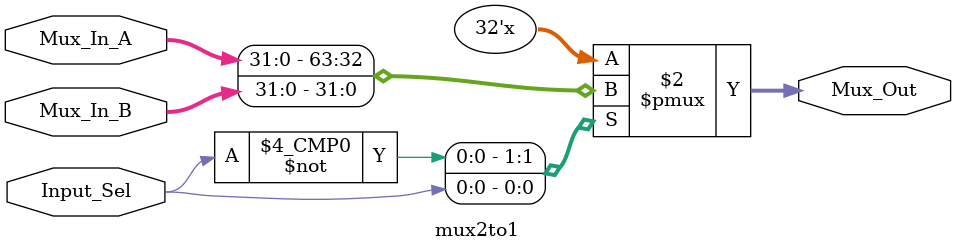
<source format=sv>

module mux2to1 #(
  parameter DWIDTH = 32
)(
  input  logic [DWIDTH-1:0] Mux_In_A,
  input  logic [DWIDTH-1:0] Mux_In_B,
  input  logic              Input_Sel,
  output logic [DWIDTH-1:0] Mux_Out
);

always_comb begin
  Mux_Out = {DWIDTH{1'b0}};
  casez(Input_Sel)
    1'b0: begin
      Mux_Out = Mux_In_A;
    end
    1'b1: begin
      Mux_Out = Mux_In_B;
    end
  endcase
end

////////////////////////////////////////////////////////////////
//////////////////   Instantiation Template   //////////////////
////////////////////////////////////////////////////////////////
/*
mux2to1 #(
  .DWIDTH()
)
mux2to1 (
  .Mux_In_A(),
  .Mux_In_B(),
  .Input_Sel(),
  .Mux_Out()
);
*/

endmodule
</source>
